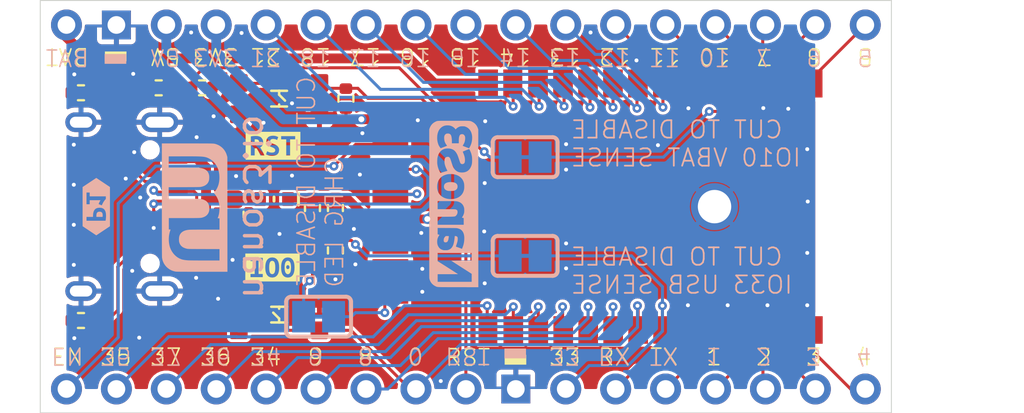
<source format=kicad_pcb>
(kicad_pcb (version 20221018) (generator pcbnew)
  (layers (0 "F.Cu" mixed) (31 "B.Cu" signal) (34 "B.Paste" user) (35 "F.Paste" user) (36 "B.SilkS" user "B.Silkscreen") (37 "F.SilkS" user "F.Silkscreen") (38 "B.Mask" user) (39 "F.Mask" user) (44 "Edge.Cuts" user))
  (net 0 "")
  (net 1 "GND")
  (net 2 "3.3V")
  (net 3 "/STAT")
  (net 4 "/STAT_JUMPER")
  (net 5 "/RESET")
  (net 6 "/USB")
  (net 7 "/IO0")
  (net 8 "/USB_P")
  (net 9 "/IO35")
  (net 10 "/IO34")
  (net 11 "/IO33")
  (net 12 "/IO17")
  (net 13 "/IO16")
  (net 14 "/IO11")
  (net 15 "/IO10")
  (net 16 "/IO15")
  (net 17 "/IO14")
  (net 18 "/IO13")
  (net 19 "/IO12")
  (net 20 "/IO4")
  (net 21 "/IO2")
  (net 22 "/IO36")
  (net 23 "/IO37")
  (net 24 "/IO7")
  (net 25 "/D-")
  (net 26 "/D+")
  (net 27 "/IO6")
  (net 28 "VBAT")
  (net 29 "/CC1")
  (net 30 "/CC2")
  (net 31 "/TX")
  (net 32 "/RX")
  (net 33 "/IO9")
  (net 34 "/IO21")
  (net 35 "/IO8")
  (net 36 "/IO5")
  (net 37 "/IO18")
  (net 38 "/IO1")
  (net 39 "/IO3")
  (net 40 "/EN")
  (net 41 "Net-(D3-Pad1)")
  (net 42 "/IO33_JUMPER")
  (net 43 "/IO10_JUMPER")
  (footprint "Unexpected Maker:1X17_BLIZZARD_S3_BOTTOM" (layer "F.Cu") (at 135.669 112.698)
    (fp_text reference "J5" hide)
    (fp_text value "Conn_01x17_Pin" hide)
  )
  (footprint "NanoS3_Carrier:BTN_KMR2_4.6X2.8" (layer "F.Cu") (at 146.487425 108.90915 180)
    (fp_text reference "SW2" hide)
    (fp_text value "SWITCH_TACT_SMT4.6X2.8" hide)
  )
  (footprint "UnexpectedMaker:SOD-523-MSK4010" (layer "F.Cu") (at 146.2278 103.0224)
    (fp_text reference "D5" hide)
    (fp_text value "DIODE-SCHOTTKYWIDE" hide)
  )
  (footprint "NanoS3_Carrier:BTN_KMR2_4.6X2.8" (layer "F.Cu") (at 146.487425 97.90915)
    (fp_text reference "SW1" hide)
    (fp_text value "SWITCH_TACT_SMT4.6X2.8" hide)
  )
  (footprint "kibuzzard-649F5696" (layer "F.Cu") (at 146.1516 106.50915)
    (fp_text reference "kibuzzard-649F5696" hide)
    (fp_text value "G***" hide)
  )
  (footprint "Resistor_SMD:R_0402_1005Metric" (layer "F.Cu") (at 136.407425 109.20915)
    (fp_text reference "R9" hide)
    (fp_text value "5.1K" hide)
  )
  (footprint "Resistor_SMD:R_0402_1005Metric" (layer "F.Cu") (at 148.1836 103.4818 -90)
    (fp_text reference "R1" hide)
    (fp_text value "2K" hide)
  )
  (footprint "Capacitor_SMD:C_0603_1608Metric" (layer "F.Cu") (at 144.1704 103.8098 90)
    (fp_text reference "C1" hide)
    (fp_text value "C_Small" hide)
  )
  (footprint "Unexpected Maker:NanoS3_HandSolder" (layer "F.Cu") (at 165.844 103.40915)
    (fp_text reference "U1" hide)
    (fp_text value "NanoS3" hide)
  )
  (footprint "Unexpected Maker:USB-C-16P-LESSPASTE-2-FIxed" (layer "F.Cu") (at 137.7 103.40915 -90)
    (fp_text reference "J2" hide)
    (fp_text value "USB_C" hide)
  )
  (footprint "LED_SMD:LED_0402_1005Metric" (layer "F.Cu") (at 148.1836 105.6408 -90)
    (fp_text reference "D3" hide)
    (fp_text value "ORANGE" hide)
  )
  (footprint "Resistor_SMD:R_0402_1005Metric" (layer "F.Cu") (at 136.407425 97.60915)
    (fp_text reference "R11" hide)
    (fp_text value "5.1K" hide)
  )
  (footprint "Resistor_SMD:R_0402_1005Metric" (layer "F.Cu") (at 142.5702 97.3582)
    (fp_text reference "R7" hide)
    (fp_text value "160K" hide)
  )
  (footprint "Resistor_SMD:R_0402_1005Metric" (layer "F.Cu") (at 149.352 105.6406 -90)
    (fp_text reference "R3" hide)
    (fp_text value "3K3" hide)
  )
  (footprint "Resistor_SMD:R_0402_1005Metric" (layer "F.Cu") (at 149.8854 97.90915 -90)
    (fp_text reference "R14" hide)
    (fp_text value "10K" hide)
  )
  (footprint "kibuzzard-649F567F" (layer "F.Cu") (at 146.177 100.30915)
    (fp_text reference "kibuzzard-649F567F" hide)
    (fp_text value "G***" hide)
  )
  (footprint "Resistor_SMD:R_0402_1005Metric" (layer "F.Cu") (at 149.352 103.4796 -90)
    (fp_text reference "R2" hide)
    (fp_text value "2K2" hide)
  )
  (footprint "Unexpected Maker:1X17_BLIZZARD_S3_BOTTOM" (layer "F.Cu") (at 135.669 94.156)
    (fp_text reference "J4" hide)
    (fp_text value "Conn_01x17_Pin" hide)
  )
  (footprint "Resistor_SMD:R_0402_1005Metric" (layer "F.Cu") (at 140.3604 97.3582)
    (fp_text reference "R6" hide)
    (fp_text value "442K" hide)
  )
  (footprint "UnexpectedMaker:Logo_NanoS3" (layer "B.Cu") (at 155.3718 103.2764 90)
    (fp_text reference "G***" hide)
    (fp_text value "LOGO" hide)
  )
  (footprint "UnexpectedMaker:UM_LOGO_NEW_SMALL" (layer "B.Cu") (at 142.088628 103.40915 90)
    (fp_text reference "U$88" hide)
    (fp_text value "UM_LOGONEW_SMALLER" hide)
  )
  (footprint "NanoS3_Carrier:SOLDERJUMPER_CLOSEDWIRE" (layer "B.Cu") (at 159.004 100.8888 180)
    (fp_text reference "A2" hide)
    (fp_text value "SOLDERJUMPERCLOSED" hide)
  )
  (footprint "NanoS3_Carrier:SOLDERJUMPER_CLOSEDWIRE" (layer "B.Cu") (at 159.004 105.918 180)
    (fp_text reference "A1" hide)
    (fp_text value "SOLDERJUMPERCLOSED" hide)
  )
  (footprint "kibuzzard-649F677A" (layer "B.Cu") (at 137.1854 103.40915 90)
    (fp_text reference "kibuzzard-649F677A" hide)
    (fp_text value "G***" hide)
  )
  (footprint "NanoS3_Carrier:SOLDERJUMPER_CLOSEDWIRE" (layer "B.Cu") (at 148.496 109.015)
    (fp_text reference "A3" hide)
    (fp_text value "SOLDERJUMPERCLOSED" hide)
  )
  (gr_rect (start 137.611171 95.63435) (end 138.711171 96.13435) (fill solid) (layer "B.SilkS"))
  (gr_rect (start 157.948255 110.63775) (end 159.048255 111.13775) (fill solid) (layer "B.SilkS"))
  (gr_rect (start 157.961225 110.95805) (end 159.061225 111.45805) (fill solid) (layer "F.SilkS"))
  (gr_rect (start 137.623125 95.50685) (end 138.723125 96.00685) (fill solid) (layer "F.SilkS"))
  (gr_line (start 177.637425 92.90915) (end 177.637425 113.90915) (stroke (width 0.05)) (layer "Edge.Cuts"))
  (gr_line (start 134.337425 92.90915) (end 177.637425 92.90915) (stroke (width 0.05)) (layer "Edge.Cuts"))
  (gr_line (start 134.337425 92.90915) (end 134.337425 113.90915) (stroke (width 0.05)) (layer "Edge.Cuts"))
  (gr_line (start 177.637425 113.90915) (end 134.337425 113.90915) (stroke (width 0.05)) (layer "Edge.Cuts"))
  (gr_text "10" (at 168.626246 95.885) (layer "B.SilkS") (effects (font (size 0.841248 0.841248) (thickness 0.08)) (justify mirror)))
  (gr_text "4" (at 176.21983 111.0234 180) (layer "B.SilkS") (effects (font (size 0.841248 0.841248) (thickness 0.08)) (justify mirror)))
  (gr_text "33" (at 161.012855 111.0234 180) (layer "B.SilkS") (effects (font (size 0.841248 0.841248) (thickness 0.08)) (justify mirror)))
  (gr_text "21" (at 145.778946 95.885) (layer "B.SilkS") (effects (font (size 0.841248 0.841248) (thickness 0.08)) (justify mirror)))
  (gr_text "3V3" (at 143.238946 95.885) (layer "B.SilkS") (effects (font (size 0.841248 0.841248) (thickness 0.08)) (justify mirror)))
  (gr_text "RX" (at 163.51983 111.0234 180) (layer "B.SilkS") (effects (font (size 0.841248 0.841248) (thickness 0.08)) (justify mirror)))
  (gr_text "9" (at 148.33063 111.0234 180) (layer "B.SilkS") (effects (font (size 0.841248 0.841248) (thickness 0.08)) (justify mirror)))
  (gr_text "11" (at 166.086246 95.885) (layer "B.SilkS") (effects (font (size 0.841248 0.841248) (thickness 0.08)) (justify mirror)))
  (gr_text "5" (at 176.297046 95.885) (layer "B.SilkS") (effects (font (size 0.841248 0.841248) (thickness 0.08)) (justify mirror)))
  (gr_text "CUT TO DISABLE\nIO10 VBAT SENSE" (at 161.2646 100.203) (layer "B.SilkS") (effects (font (size 0.887984 0.887984) (thickness 0.09)) (justify right mirror)))
  (gr_text "8" (at 150.87063 111.0234 180) (layer "B.SilkS") (effects (font (size 0.841248 0.841248) (thickness 0.08)) (justify mirror)))
  (gr_text "36" (at 143.25063 111.0234 180) (layer "B.SilkS") (effects (font (size 0.841248 0.841248) (thickness 0.08)) (justify mirror)))
  (gr_text "15" (at 155.938946 95.885) (layer "B.SilkS") (effects (font (size 0.841248 0.841248) (thickness 0.08)) (justify mirror)))
  (gr_text "6" (at 173.706246 95.885) (layer "B.SilkS") (effects (font (size 0.841248 0.841248) (thickness 0.08)) (justify mirror)))
  (gr_text "CUT TO DISABLE\nCHRG LED" (at 148.59 107.5944 90) (layer "B.SilkS") (effects (font (size 0.887984 0.887984) (thickness 0.08)) (justify right mirror)))
  (gr_text "RST" (at 156.07763 110.998 180) (layer "B.SilkS") (effects (font (size 0.841248 0.841248) (thickness 0.08)) (justify mirror)))
  (gr_text "16" (at 153.398946 95.885) (layer "B.SilkS") (effects (font (size 0.841248 0.841248) (thickness 0.08)) (justify mirror)))
  (gr_text "35" (at 138.17063 111.0234 180) (layer "B.SilkS") (effects (font (size 0.841248 0.841248) (thickness 0.08)) (justify mirror)))
  (gr_text "0" (at 153.41063 111.0234 180) (layer "B.SilkS") (effects (font (size 0.841248 0.841248) (thickness 0.08)) (justify mirror)))
  (gr_text "12" (at 163.546246 95.885) (layer "B.SilkS") (effects (font (size 0.841248 0.841248) (thickness 0.08)) (justify mirror)))
  (gr_text "TX" (at 166.05983 111.0234 180) (layer "B.SilkS") (effects (font (size 0.841248 0.841248) (thickness 0.08)) (justify mirror)))
  (gr_text "nanos3.io" (at 146.0754 103.40915 270) (layer "B.SilkS") (effects (font (size 1.296416 1.296416) (thickness 0.176784)) (justify top mirror)))
  (gr_text "18" (at 148.318946 95.885) (layer "B.SilkS") (effects (font (size 0.841248 0.841248) (thickness 0.08)) (justify mirror)))
  (gr_text "EN" (at 135.70683 111.0234 180) (layer "B.SilkS") (effects (font (size 0.841248 0.841248) (thickness 0.08)) (justify mirror)))
  (gr_text "37" (at 140.71063 111.0234 180) (layer "B.SilkS") (effects (font (size 0.841248 0.841248) (thickness 0.08)) (justify mirror)))
  (gr_text "14" (at 158.478946 95.885) (layer "B.SilkS") (effects (font (size 0.841248 0.841248) (thickness 0.08)) (justify mirror)))
  (gr_text "1" (at 168.59983 111.0234 180) (layer "B.SilkS") (effects (font (size 0.841248 0.841248) (thickness 0.08)) (justify mirror)))
  (gr_text "13" (at 161.006246 95.885) (layer "B.SilkS") (effects (font (size 0.841248 0.841248) (thickness 0.08)) (justify mirror)))
  (gr_text "3" (at 173.67983 111.0234 180) (layer "B.SilkS") (effects (font (size 0.841248 0.841248) (thickness 0.08)) (justify mirror)))
  (gr_text "7" (at 171.166246 95.885) (layer "B.SilkS") (effects (font (size 0.841248 0.841248) (thickness 0.08)) (justify mirror)))
  (gr_text "5V" (at 140.698946 95.885) (layer "B.SilkS") (effects (font (size 0.841248 0.841248) (thickness 0.08)) (justify mirror)))
  (gr_text "CUT TO DISABLE\nIO33 USB SENSE" (at 161.2646 106.68) (layer "B.SilkS") (effects (font (size 0.887984 0.887984) (thickness 0.09)) (justify right mirror)))
  (gr_text "34" (at 145.79063 111.0234 180) (layer "B.SilkS") (effects (font (size 0.841248 0.841248) (thickness 0.08)) (justify mirror)))
  (gr_text "2" (at 171.13983 111.0234 180) (layer "B.SilkS") (effects (font (size 0.841248 0.841248) (thickness 0.08)) (justify mirror)))
  (gr_text "BAT" (at 135.707846 95.885) (layer "B.SilkS") (effects (font (size 0.841248 0.841248) (thickness 0.08)) (justify mirror)))
  (gr_text "17" (at 150.858946 95.885) (layer "B.SilkS") (effects (font (size 0.841248 0.841248) (thickness 0.08)) (justify mirror)))
  (gr_text "RX" (at 163.5328 111.0724) (layer "F.SilkS") (effects (font (size 0.841248 0.841248) (thickness 0.08))))
  (gr_text "4" (at 176.2328 111.0724) (layer "F.SilkS") (effects (font (size 0.841248 0.841248) (thickness 0.08))))
  (gr_text "11" (at 166.0982 95.7562 180) (layer "F.SilkS") (effects (font (size 0.841248 0.841248) (thickness 0.08))))
  (gr_text "6" (at 173.7182 95.7562 180) (layer "F.SilkS") (effects (font (size 0.841248 0.841248) (thickness 0.08))))
  (gr_text "21" (at 145.7909 95.7562 180) (layer "F.SilkS") (effects (font (size 0.841248 0.841248) (thickness 0.08))))
  (gr_text "3V3" (at 143.2509 95.7562 180) (layer "F.SilkS") (effects (font (size 0.841248 0.841248) (thickness 0.08))))
  (gr_text "RST" (at 156.0906 111.0978) (layer "F.SilkS") (effects (font (size 0.841248 0.841248) (thickness 0.08))))
  (gr_text "18" (at 148.3309 95.7562 180) (layer "F.SilkS") (effects (font (size 0.841248 0.841248) (thickness 0.08))))
  (gr_text "36" (at 143.2636 111.0724) (layer "F.SilkS") (effects (font (size 0.841248 0.841248) (thickness 0.08))))
  (gr_text "33" (at 161.025825 111.0724) (layer "F.SilkS") (effects (font (size 0.841248 0.841248) (thickness 0.08))))
  (gr_text "13" (at 161.0182 95.7562 180) (layer "F.SilkS") (effects (font (size 0.841248 0.841248) (thickness 0.08))))
  (gr_text "TX" (at 166.0728 111.0724) (layer "F.SilkS") (effects (font (size 0.841248 0.841248) (thickness 0.08))))
  (gr_text "17" (at 150.8709 95.7562 180) (layer "F.SilkS") (effects (font (size 0.841248 0.841248) (thickness 0.08))))
  (gr_text "14" (at 158.4909 95.7562 180) (layer "F.SilkS") (effects (font (size 0.841248 0.841248) (thickness 0.08))))
  (gr_text "1" (at 168.6128 111.0724) (layer "F.SilkS") (effects (font (size 0.841248 0.841248) (thickness 0.08))))
  (gr_text "0" (at 153.4236 111.0724) (layer "F.SilkS") (effects (font (size 0.841248 0.841248) (thickness 0.08))))
  (gr_text "16" (at 153.4109 95.7562 180) (layer "F.SilkS") (effects (font (size 0.841248 0.841248) (thickness 0.08))))
  (gr_text "37" (at 140.7236 111.0724) (layer "F.SilkS") (effects (font (size 0.841248 0.841248) (thickness 0.08))))
  (gr_text "12" (at 163.5582 95.7562 180) (layer "F.SilkS") (effects (font (size 0.841248 0.841248) (thickness 0.08))))
  (gr_text "5V" (at 140.7109 95.7562 180) (layer "F.SilkS") (effects (font (size 0.841248 0.841248) (thickness 0.08))))
  (gr_text "3" (at 173.6928 111.0724) (layer "F.SilkS") (effects (font (size 0.841248 0.841248) (thickness 0.08))))
  (gr_text "10" (at 168.6382 95.7562 180) (layer "F.SilkS") (effects (font (size 0.841248 0.841248) (thickness 0.08))))
  (gr_text "15" (at 155.9509 95.7562 180) (layer "F.SilkS") (effects (font (size 0.841248 0.841248) (thickness 0.08))))
  (gr_text "8" (at 150.8836 111.0724) (layer "F.SilkS") (effects (font (size 0.841248 0.841248) (thickness 0.08))))
  (gr_text "5" (at 176.309 95.7562 180) (layer "F.SilkS") (effects (font (size 0.841248 0.841248) (thickness 0.08))))
  (gr_text "9" (at 148.3436 111.0724) (layer "F.SilkS") (effects (font (size 0.841248 0.841248) (thickness 0.08))))
  (gr_text "BAT" (at 135.7198 95.7562 180) (layer "F.SilkS") (effects (font (size 0.841248 0.841248) (thickness 0.08))))
  (gr_text "EN" (at 135.7198 111.0724) (layer "F.SilkS") (effects (font (size 0.841248 0.841248) (thickness 0.08))))
  (gr_text "35" (at 138.1836 111.0724) (layer "F.SilkS") (effects (font (size 0.841248 0.841248) (thickness 0.08))))
  (gr_text "7" (at 171.1782 95.7562 180) (layer "F.SilkS") (effects (font (size 0.841248 0.841248) (thickness 0.08))))
  (gr_text "2" (at 171.1528 111.0724) (layer "F.SilkS") (effects (font (size 0.841248 0.841248) (thickness 0.08))))
  (gr_text "34" (at 145.8036 111.0724) (layer "F.SilkS") (effects (font (size 0.841248 0.841248) (thickness 0.08))))
  (segment (start 141.97945 100.18415) (end 141.21 100.18415) (width 0.58) (layer "F.Cu") (net 1))
  (segment (start 141.83735 106.60755) (end 141.21 106.60755) (width 0.58) (layer "F.Cu") (net 1))
  (segment (start 142.2654 107.0356) (end 141.83735 106.60755) (width 0.58) (layer "F.Cu") (net 1))
  (segment (start 142.2908 99.8728) (end 141.97945 100.18415) (width 0.58) (layer "F.Cu") (net 1))
  (via (at 139.065 96.647) (size 0.45) (drill 0.2) (layers "F.Cu" "B.Cu") (net 1))
  (via (at 156.9466 107.315) (size 0.45) (drill 0.2) (layers "F.Cu" "B.Cu") (net 1))
  (via (at 136.0424 106.3752) (size 0.45) (drill 0.2) (layers "F.Cu" "B.Cu") (net 1))
  (via (at 165.7604 100.2792) (size 0.45) (drill 0.2) (layers "F.Cu" "B.Cu") (net 1))
  (via (at 139.3698 110.0836) (size 0.45) (drill 0.2) (layers "F.Cu" "B.Cu") (net 1))
  (via (at 153.7208 104.7496) (size 0.45) (drill 0.2) (layers "F.Cu" "B.Cu") (net 1))
  (via (at 156.9466 102.2096) (size 0.45) (drill 0.2) (layers "F.Cu" "B.Cu") (net 1))
  (via (at 173.355 105.7656) (size 0.45) (drill 0.2) (layers "F.Cu" "B.Cu") (net 1))
  (via (at 146.5072 104.8004) (size 0.45) (drill 0.2) (layers "F.Cu" "B.Cu") (net 1))
  (via (at 161.0868 105.283) (size 0.45) (drill 0.2) (layers "F.Cu" "B.Cu") (net 1))
  (via (at 150.368 106.3498) (size 0.45) (drill 0.2) (layers "F.Cu" "B.Cu") (net 1))
  (via (at 149.352 107.1118) (size 0.45) (drill 0.2) (layers "F.Cu" "B.Cu") (net 1))
  (via (at 167.3098 98.3996) (size 0.45) (drill 0.2) (layers "F.Cu" "B.Cu") (net 1))
  (via (at 169.307933 108.4326) (size 0.45) (drill 0.2) (layers "F.Cu" "B.Cu") (net 1))
  (via (at 173.355 100.4824) (size 0.45) (drill 0.2) (layers "F.Cu" "B.Cu") (net 1))
  (via (at 161.0868 100.2284) (size 0.45) (drill 0.2) (layers "F.Cu" "B.Cu") (net 1))
  (via (at 136.0678 96.6724) (size 0.45) (drill 0.2) (layers "F.Cu" "B.Cu") (net 1))
  (via (at 150.2918 104.5464) (size 0.45) (drill 0.2) (layers "F.Cu" "B.Cu") (net 1))
  (via (at 164.6682 95.9612) (size 0.45) (drill 0.2) (layers "F.Cu" "B.Cu") (net 1))
  (via (at 161.0868 106.553) (size 0.45) (drill 0.2) (layers "F.Cu" "B.Cu") (net 1))
  (via (at 150.5966 101.7778) (size 0.45) (drill 0.2) (layers "F.Cu" "B.Cu") (net 1))
  (via (at 150.7236 99.6696) (size 0.45) (drill 0.2) (layers "F.Cu" "B.Cu") (net 1))
  (via (at 167.2844 108.4326) (size 0.45) (drill 0.2) (layers "F.Cu" "B.Cu") (net 1))
  (via (at 136.0424 102.294266) (size 0.45) (drill 0.2) (layers "F.Cu" "B.Cu") (net 1))
  (via (at 136.0424 100.2538) (size 0.45) (drill 0.2) (layers "F.Cu" "B.Cu") (net 1))
  (via (at 140.1064 104.4956) (size 0.45) (drill 0.2) (layers "F.Cu" "B.Cu") (net 1))
  (via (at 162.3314 94.5388) (size 0.45) (drill 0.2) (layers "F.Cu" "B.Cu") (net 1))
  (via (at 156.972 99.06) (size 0.45) (drill 0.2) (layers "F.Cu" "B.Cu") (net 1))
  (via (at 144.2974 101.854) (size 0.45) (drill 0.2) (layers "F.Cu" "B.Cu") (net 1))
  (via (at 144.1196 106.1212) (size 0.45) (drill 0.2) (layers "F.Cu" "B.Cu") (net 1))
  (via (at 173.3804 103.1494) (size 0.45) (drill 0.2) (layers "F.Cu" "B.Cu") (net 1))
  (via (at 154.7114 112.2934) (size 0.45) (drill 0.2) (layers "F.Cu" "B.Cu") (net 1))
  (via (at 145.6944 99.1362) (size 0.45) (drill 0.2) (layers "F.Cu" "B.Cu") (net 1))
  (via (at 142.0114 94.5388) (size 0.45) (drill 0.2) (layers "F.Cu" "B.Cu") (net 1))
  (via (at 139.0142 106.68) (size 0.45) (drill 0.2) (layers "F.Cu" "B.Cu") (net 1))
  (via (at 171.12 98.39) (size 0.45) (drill 0.2) (layers "F.Cu" "B.Cu") (net 1))
  (via (at 142.2654 107.0356) (size 0.45) (drill 0.2) (layers "F.Cu" "B.Cu") (net 1))
  (via (at 172.3898 98.425) (size 0.45) (drill 0.2) (layers "F.Cu" "B.Cu") (net 1))
  (via (at 139.1158 100.6348) (size 0.45) (drill 0.2) (layers "F.Cu" "B.Cu") (net 1))
  (via (at 144.5768 94.5642) (size 0.45) (drill 0.2) (layers "F.Cu" "B.Cu") (net 1))
  (via (at 143.1544 98.806) (size 0.45) (drill 0.2) (layers "F.Cu" "B.Cu") (net 1))
  (via (at 147.1422 101.8286) (size 0.45) (drill 0.2) (layers "F.Cu" "B.Cu") (net 1))
  (via (at 142.2908 99.8728) (size 0.45) (drill 0.2) (layers "F.Cu" "B.Cu") (net 1))
  (via (at 153.7716 106.5784) (size 0.45) (drill 0.2) (layers "F.Cu" "B.Cu") (net 1))
  (via (at 136.0424 104.334732) (size 0.45) (drill 0.2) (layers "F.Cu" "B.Cu") (net 1))
  (via (at 147.1422 98.1456) (size 0.45) (drill 0.2) (layers "F.Cu" "B.Cu") (net 1))
  (via (at 156.9212 104.6734) (size 0.45) (drill 0.2) (layers "F.Cu" "B.Cu") (net 1))
  (via (at 173.355 108.4326) (size 0.45) (drill 0.2) (layers "F.Cu" "B.Cu") (net 1))
  (via (at 139.4206 102.9462) (size 0.45) (drill 0.2) (layers "F.Cu" "B.Cu") (net 1))
  (via (at 153.543 99.0092) (size 0.45) (drill 0.2) (layers "F.Cu" "B.Cu") (net 1))
  (via (at 136.0678 110.109) (size 0.45) (drill 0.2) (layers "F.Cu" "B.Cu") (net 1))
  (via (at 143.383 108.1024) (size 0.45) (drill 0.2) (layers "F.Cu" "B.Cu") (net 1))
  (via (at 138.684 101.981) (size 0.45) (drill 0.2) (layers "F.Cu" "B.Cu") (net 1))
  (via (at 153.7716 107.7468) (size 0.45) (drill 0.2) (layers "F.Cu" "B.Cu") (net 1))
  (via (at 171.331466 108.4326) (size 0.45) (drill 0.2) (layers "F.Cu" "B.Cu") (net 1))
  (via (at 161.0868 101.5238) (size 0.45) (drill 0.2) (layers "F.Cu" "B.Cu") (net 1))
  (segment (start 152.14035 98.9584) (end 152.1479 98.96595) (width 0.5) (layer "F.Cu") (net 2))
  (segment (start 150.624 98.9096) (end 150.0652 98.9096) (width 0.154) (layer "F.Cu") (net 2))
  (segment (start 150.0652 98.9096) (end 149.8854 98.7298) (width 0.154) (layer "F.Cu") (net 2))
  (segment (start 149.8854 98.7298) (end 149.8854 98.4016) (width 0.154) (layer "F.Cu") (net 2))
  (segment (start 150.6728 98.9584) (end 152.14035 98.9584) (width 0.5) (layer "F.Cu") (net 2))
  (via (at 150.6728 98.9584) (size 0.5) (drill 0.3) (layers "F.Cu" "B.Cu") (net 2))
  (segment (start 150.6728 98.9584) (end 146.7104 98.9584) (width 0.5) (layer "B.Cu") (net 2))
  (segment (start 146.7104 98.9584) (end 143.289 95.537) (width 0.5) (layer "B.Cu") (net 2))
  (segment (start 143.289 95.537) (end 143.289 94.156) (width 0.5) (layer "B.Cu") (net 2))
  (segment (start 151.864841 108.811841) (end 151.864841 108.139009) (width 0.154) (layer "F.Cu") (net 3))
  (segment (start 151.864841 108.139009) (end 152.1479 107.85595) (width 0.154) (layer "F.Cu") (net 3))
  (via (at 151.864841 108.811841) (size 0.45) (drill 0.2) (layers "F.Cu" "B.Cu") (net 3))
  (segment (start 150.369759 108.811841) (end 150.1666 109.015) (width 0.154) (layer "B.Cu") (net 3))
  (segment (start 150.1666 109.015) (end 149.258 109.015) (width 0.154) (layer "B.Cu") (net 3))
  (segment (start 151.864841 108.811841) (end 150.369759 108.811841) (width 0.154) (layer "B.Cu") (net 3))
  (segment (start 148.1836 107.0432) (end 148.1836 106.1258) (width 0.154) (layer "F.Cu") (net 4))
  (segment (start 148.035 107.1918) (end 148.1836 107.0432) (width 0.154) (layer "F.Cu") (net 4))
  (via (at 148.035 107.1918) (size 0.45) (drill 0.2) (layers "F.Cu" "B.Cu") (net 4))
  (segment (start 147.734 107.4928) (end 147.734 109.015) (width 0.154) (layer "B.Cu") (net 4))
  (segment (start 148.035 107.1918) (end 147.734 107.4928) (width 0.154) (layer "B.Cu") (net 4))
  (segment (start 144.457875 97.1296) (end 148.6408 97.1296) (width 0.154) (layer "F.Cu") (net 5))
  (segment (start 155.989 100.1598) (end 155.989 105.3084) (width 0.154) (layer "F.Cu") (net 5))
  (segment (start 151.003 97.8916) (end 153.7208 97.8916) (width 0.154) (layer "F.Cu") (net 5))
  (segment (start 155.989 105.3084) (end 155.989 112.698) (width 0.154) (layer "F.Cu") (net 5))
  (segment (start 144.437425 97.10915) (end 144.457875 97.1296) (width 0.154) (layer "F.Cu") (net 5))
  (segment (start 148.6408 97.1296) (end 148.8928 97.3816) (width 0.154) (layer "F.Cu") (net 5))
  (segment (start 153.5176 105.31595) (end 155.98145 105.31595) (width 0.154) (layer "F.Cu") (net 5))
  (segment (start 153.5176 105.31595) (end 152.1479 105.31595) (width 0.154) (layer "F.Cu") (net 5))
  (segment (start 153.7208 97.8916) (end 155.989 100.1598) (width 0.154) (layer "F.Cu") (net 5))
  (segment (start 150.493 97.3816) (end 151.003 97.8916) (width 0.154) (layer "F.Cu") (net 5))
  (segment (start 148.8928 97.3816) (end 150.493 97.3816) (width 0.154) (layer "F.Cu") (net 5))
  (segment (start 155.98145 105.31595) (end 155.989 105.3084) (width 0.154) (layer "F.Cu") (net 5))
  (segment (start 148.1836 102.9718) (end 149.9364 102.9718) (width 0.45) (layer "F.Cu") (net 6))
  (segment (start 146.9884 102.9718) (end 148.1836 102.9718) (width 0.45) (layer "F.Cu") (net 6))
  (segment (start 146.9378 103.0224) (end 146.9884 102.9718) (width 0.45) (layer "F.Cu") (net 6))
  (segment (start 152.15545 104.0384) (end 152.1479 104.04595) (width 0.45) (layer "F.Cu") (net 6))
  (segment (start 154.0256 104.0384) (end 152.15545 104.0384) (width 0.45) (layer "F.Cu") (net 6))
  (segment (start 149.9364 102.9718) (end 151.01055 104.04595) (width 0.45) (layer "F.Cu") (net 6))
  (segment (start 151.01055 104.04595) (end 152.1479 104.04595) (width 0.45) (layer "F.Cu") (net 6))
  (via (at 154.0256 104.0384) (size 0.5) (drill 0.3) (layers "F.Cu" "B.Cu") (net 6))
  (segment (start 140.749 94.156) (end 140.749 95.3846) (width 0.5) (layer "B.Cu") (net 6))
  (segment (start 154.1018 104.0384) (end 154.0256 104.0384) (width 0.5) (layer "B.Cu") (net 6))
  (segment (start 154.9908 103.1494) (end 154.1018 104.0384) (width 0.5) (layer "B.Cu") (net 6))
  (segment (start 145.8976 100.5332) (end 153.9748 100.5332) (width 0.5) (layer "B.Cu") (net 6))
  (segment (start 140.749 95.3846) (end 145.8976 100.5332) (width 0.5) (layer "B.Cu") (net 6))
  (segment (start 154.9908 101.5492) (end 154.9908 103.1494) (width 0.5) (layer "B.Cu") (net 6))
  (segment (start 153.9748 100.5332) (end 154.9908 101.5492) (width 0.5) (layer "B.Cu") (net 6))
  (segment (start 150.14595 109.70915) (end 148.537425 109.70915) (width 0.154) (layer "F.Cu") (net 7))
  (segment (start 164.752 109.69255) (end 164.752 108.491) (width 0.154) (layer "F.Cu") (net 7))
  (segment (start 153.1348 112.698) (end 150.14595 109.70915) (width 0.154) (layer "F.Cu") (net 7))
  (segment (start 148.537425 109.70915) (end 144.437425 109.70915) (width 0.154) (layer "F.Cu") (net 7))
  (segment (start 153.449 112.698) (end 153.1348 112.698) (width 0.154) (layer "F.Cu") (net 7))
  (segment (start 164.752 108.491) (end 164.719 108.458) (width 0.154) (layer "F.Cu") (net 7))
  (via (at 164.719 108.458) (size 0.45) (drill 0.2) (layers "F.Cu" "B.Cu") (net 7))
  (segment (start 153.449 112.698) (end 155.7078 110.4392) (width 0.154) (layer "B.Cu") (net 7))
  (segment (start 155.7078 110.4392) (end 163.83 110.4392) (width 0.154) (layer "B.Cu") (net 7))
  (segment (start 164.719 109.5502) (end 164.719 108.458) (width 0.154) (layer "B.Cu") (net 7))
  (segment (start 163.83 110.4392) (end 164.719 109.5502) (width 0.154) (layer "B.Cu") (net 7))
  (segment (start 144.1574 103.0478) (end 144.1704 103.0348) (width 0.5) (layer "F.Cu") (net 8))
  (segment (start 141.21 100.95915) (end 141.22575 100.9434) (width 0.5) (layer "F.Cu") (net 8))
  (segment (start 142.770175 103.0478) (end 144.1574 103.0478) (width 0.5) (layer "F.Cu") (net 8))
  (segment (start 142.770175 101.413575) (end 142.770175 103.4796) (width 0.5) (layer "F.Cu") (net 8))
  (segment (start 145.5054 103.0348) (end 145.5178 103.0224) (width 0.5) (layer "F.Cu") (net 8))
  (segment (start 142.770175 103.4796) (end 142.770175 105.341525) (width 0.5) (layer "F.Cu") (net 8))
  (segment (start 142.3 100.9434) (end 142.770175 101.413575) (width 0.5) (layer "F.Cu") (net 8))
  (segment (start 144.1704 103.0348) (end 145.5054 103.0348) (width 0.5) (layer "F.Cu") (net 8))
  (segment (start 142.27915 105.83255) (end 141.222425 105.83255) (width 0.5) (layer "F.Cu") (net 8))
  (segment (start 141.22575 100.9434) (end 142.3 100.9434) (width 0.5) (layer "F.Cu") (net 8))
  (segment (start 142.770175 105.341525) (end 142.27915 105.83255) (width 0.5) (layer "F.Cu") (net 8))
  (segment (start 157.0736 109.65565) (end 157.1105 109.69255) (width 0.154) (layer "F.Cu") (net 9))
  (segment (start 157.0736 108.458) (end 157.0736 109.65565) (width 0.154) (layer "F.Cu") (net 9))
  (via (at 157.0736 108.458) (size 0.45) (drill 0.2) (layers "F.Cu" "B.Cu") (net 9))
  (segment (start 140.8742 110.0328) (end 144.3228 110.0328) (width 0.154) (layer "B.Cu") (net 9))
  (segment (start 144.3228 110.0328) (end 144.3321 110.0421) (width 0.154) (layer "B.Cu") (net 9))
  (segment (start 144.3321 110.0421) (end 151.2731 110.0421) (width 0.154) (layer "B.Cu") (net 9))
  (segment (start 152.8572 108.458) (end 157.0736 108.458) (width 0.154) (layer "B.Cu") (net 9))
  (segment (start 138.209 112.698) (end 140.8742 110.0328) (width 0.154) (layer "B.Cu") (net 9))
  (segment (start 152.5016 108.8136) (end 152.8572 108.458) (width 0.154) (layer "B.Cu") (net 9))
  (segment (start 151.2731 110.0421) (end 152.5016 108.8136) (width 0.154) (layer "B.Cu") (net 9))
  (segment (start 160.909 109.65955) (end 160.942 109.69255) (width 0.154) (layer "F.Cu") (net 10))
  (segment (start 160.909 108.5088) (end 160.909 109.65955) (width 0.154) (layer "F.Cu") (net 10))
  (via (at 160.909 108.5088) (size 0.45) (drill 0.2) (layers "F.Cu" "B.Cu") (net 10))
  (segment (start 160.909 108.5088) (end 160.909 108.7882) (width 0.154) (layer "B.Cu") (net 10))
  (segment (start 160.174 109.5232) (end 153.7224 109.5232) (width 0.154) (layer "B.Cu") (net 10))
  (segment (start 153.7224 109.5232) (end 152.146 111.0996) (width 0.154) (layer "B.Cu") (net 10))
  (segment (start 147.4274 111.0996) (end 145.829 112.698) (width 0.154) (layer "B.Cu") (net 10))
  (segment (start 160.909 108.7882) (end 160.174 109.5232) (width 0.154) (layer "B.Cu") (net 10))
  (segment (start 152.146 111.0996) (end 147.4274 111.0996) (width 0.154) (layer "B.Cu") (net 10))
  (segment (start 165.989 108.458) (end 165.989 109.65955) (width 0.154) (layer "F.Cu") (net 11))
  (segment (start 165.989 109.65955) (end 166.022 109.69255) (width 0.154) (layer "F.Cu") (net 11))
  (via (at 165.989 108.458) (size 0.45) (drill 0.2) (layers "F.Cu" "B.Cu") (net 11))
  (segment (start 165.989 109.7534) (end 165.989 108.458) (width 0.154) (layer "B.Cu") (net 11))
  (segment (start 164.4142 105.918) (end 165.989 107.4928) (width 0.154) (layer "B.Cu") (net 11))
  (segment (start 159.766 105.918) (end 164.4142 105.918) (width 0.154) (layer "B.Cu") (net 11))
  (segment (start 161.069 112.698) (end 162.261 111.506) (width 0.154) (layer "B.Cu") (net 11))
  (segment (start 162.261 111.506) (end 164.2364 111.506) (width 0.154) (layer "B.Cu") (net 11))
  (segment (start 165.989 107.4928) (end 165.989 108.458) (width 0.154) (layer "B.Cu") (net 11))
  (segment (start 164.2364 111.506) (end 165.989 109.7534) (width 0.154) (layer "B.Cu") (net 11))
  (segment (start 160.9852 97.19205) (end 160.9307 97.13755) (width 0.154) (layer "F.Cu") (net 12))
  (segment (start 160.9852 98.298) (end 160.9852 97.19205) (width 0.154) (layer "F.Cu") (net 12))
  (via (at 160.9852 98.298) (size 0.45) (drill 0.2) (layers "F.Cu" "B.Cu") (net 12))
  (segment (start 153.8318 97.0788) (end 150.909 94.156) (width 0.154) (layer "B.Cu") (net 12))
  (segment (start 160.9852 98.298) (end 160.9852 98.2726) (width 0.154) (layer "B.Cu") (net 12))
  (segment (start 159.7914 97.0788) (end 153.8318 97.0788) (width 0.154) (layer "B.Cu") (net 12))
  (segment (start 160.9852 98.2726) (end 159.7914 97.0788) (width 0.154) (layer "B.Cu") (net 12))
  (segment (start 162.306 98.3488) (end 162.306 97.24285) (width 0.154) (layer "F.Cu") (net 13))
  (segment (start 162.306 97.24285) (end 162.2007 97.13755) (width 0.154) (layer "F.Cu") (net 13))
  (via (at 162.306 98.3488) (size 0.45) (drill 0.2) (layers "F.Cu" "B.Cu") (net 13))
  (segment (start 153.449 94.156) (end 155.9646 96.6716) (width 0.154) (layer "B.Cu") (net 13))
  (segment (start 160.6288 96.6716) (end 162.306 98.3488) (width 0.154) (layer "B.Cu") (net 13))
  (segment (start 155.9646 96.6716) (end 160.6288 96.6716) (width 0.154) (layer "B.Cu") (net 13))
  (segment (start 168.5507 97.13755) (end 168.5507 96.5577) (width 0.154) (layer "F.Cu") (net 14))
  (segment (start 168.5507 96.5577) (end 166.149 94.156) (width 0.154) (layer "F.Cu") (net 14))
  (segment (start 169.8207 95.2877) (end 168.689 94.156) (width 0.154) (layer "F.Cu") (net 15))
  (segment (start 168.37 98.56) (end 169.26565 98.56) (width 0.154) (layer "F.Cu") (net 15))
  (segment (start 169.8207 98.00495) (end 169.8207 97.13755) (width 0.154) (layer "F.Cu") (net 15))
  (segment (start 169.8207 97.13755) (end 169.8207 95.2877) (width 0.154) (layer "F.Cu") (net 15))
  (segment (start 169.26565 98.56) (end 169.8207 98.00495) (width 0.154) (layer "F.Cu") (net 15))
  (via (at 168.37 98.56) (size 0.45) (drill 0.2) (layers "F.Cu" "B.Cu") (net 15))
  (segment (start 168.37 98.56) (end 167.8446 99.0854) (width 0.154) (layer "B.Cu") (net 15))
  (segment (start 166.0398 100.8888) (end 159.766 100.8888) (width 0.154) (layer "B.Cu") (net 15))
  (segment (start 167.8432 99.0854) (end 166.0398 100.8888) (width 0.154) (layer "B.Cu") (net 15))
  (segment (start 167.8446 99.0854) (end 167.8432 99.0854) (width 0.154) (layer "B.Cu") (net 15))
  (segment (start 163.4744 98.3488) (end 163.4744 97.14125) (width 0.154) (layer "F.Cu") (net 16))
  (segment (start 163.4744 97.14125) (end 163.4707 97.13755) (width 0.154) (layer "F.Cu") (net 16))
  (via (at 163.4744 98.3488) (size 0.45) (drill 0.2) (layers "F.Cu" "B.Cu") (net 16))
  (segment (start 158.2006 96.3676) (end 155.989 94.156) (width 0.154) (layer "B.Cu") (net 16))
  (segment (start 161.4932 96.3676) (end 158.2006 96.3676) (width 0.154) (layer "B.Cu") (net 16))
  (segment (start 163.4744 98.3488) (end 161.4932 96.3676) (width 0.154) (layer "B.Cu") (net 16))
  (segment (start 164.6936 98.3996) (end 164.6936 97.18465) (width 0.154) (layer "F.Cu") (net 17))
  (segment (start 164.6936 97.18465) (end 164.7407 97.13755) (width 0.154) (layer "F.Cu") (net 17))
  (via (at 164.6936 98.3996) (size 0.45) (drill 0.2) (layers "F.Cu" "B.Cu") (net 17))
  (segment (start 164.6936 98.3996) (end 164.6682 98.3996) (width 0.154) (layer "B.Cu") (net 17))
  (segment (start 160.3342 95.9612) (end 158.529 94.156) (width 0.154) (layer "B.Cu") (net 17))
  (segment (start 164.6682 98.3996) (end 162.2298 95.9612) (width 0.154) (layer "B.Cu") (net 17))
  (segment (start 162.2298 95.9612) (end 160.3342 95.9612) (width 0.154) (layer "B.Cu") (net 17))
  (segment (start 166.0144 98.3488) (end 166.0144 97.14125) (width 0.154) (layer "F.Cu") (net 18))
  (segment (start 166.0144 97.14125) (end 166.0107 97.13755) (width 0.154) (layer "F.Cu") (net 18))
  (via (at 166.0144 98.3488) (size 0.45) (drill 0.2) (layers "F.Cu" "B.Cu") (net 18))
  (segment (start 163.322 95.6564) (end 162.5694 95.6564) (width 0.154) (layer "B.Cu") (net 18))
  (segment (start 166.0144 98.3488) (end 163.322 95.6564) (width 0.154) (layer "B.Cu") (net 18))
  (segment (start 162.5694 95.6564) (end 161.069 94.156) (width 0.154) (layer "B.Cu") (net 18))
  (segment (start 167.2807 97.13755) (end 167.2807 96.27015) (width 0.154) (layer "F.Cu") (net 19))
  (segment (start 165.4396 95.9866) (end 163.609 94.156) (width 0.154) (layer "F.Cu") (net 19))
  (segment (start 166.99715 95.9866) (end 165.4396 95.9866) (width 0.154) (layer "F.Cu") (net 19))
  (segment (start 167.2807 96.27015) (end 166.99715 95.9866) (width 0.154) (layer "F.Cu") (net 19))
  (segment (start 173.642 110.777) (end 175.563 112.698) (width 0.154) (layer "F.Cu") (net 20))
  (segment (start 175.563 112.698) (end 176.309 112.698) (width 0.154) (layer "F.Cu") (net 20))
  (segment (start 173.642 109.69255) (end 173.642 110.777) (width 0.154) (layer "F.Cu") (net 20))
  (segment (start 171.102 109.69255) (end 171.102 112.571) (width 0.154) (layer "F.Cu") (net 21))
  (segment (start 171.102 112.571) (end 171.229 112.698) (width 0.154) (layer "F.Cu") (net 21))
  (segment (start 159.672 108.5088) (end 159.672 109.69255) (width 0.154) (layer "F.Cu") (net 22))
  (via (at 159.672 108.5088) (size 0.45) (drill 0.2) (layers "F.Cu" "B.Cu") (net 22))
  (segment (start 159.672 108.679) (end 159.1318 109.2192) (width 0.154) (layer "B.Cu") (net 22))
  (segment (start 145.1922 110.7948) (end 143.289 112.698) (width 0.154) (layer "B.Cu") (net 22))
  (segment (start 159.672 108.5088) (end 159.672 108.679) (width 0.154) (layer "B.Cu") (net 22))
  (segment (start 159.1318 109.2192) (end 153.4676 109.2192) (width 0.154) (layer "B.Cu") (net 22))
  (segment (start 153.4676 109.2192) (end 151.892 110.7948) (width 0.154) (layer "B.Cu") (net 22))
  (segment (start 151.892 110.7948) (end 145.1922 110.7948) (width 0.154) (layer "B.Cu") (net 22))
  (segment (start 158.402 108.5088) (end 158.402 109.69255) (width 0.154) (layer "F.Cu") (net 23))
  (via (at 158.402 108.5088) (size 0.45) (drill 0.2) (layers "F.Cu" "B.Cu") (net 23))
  (segment (start 158.402 108.5088) (end 157.9956 108.9152) (width 0.154) (layer "B.Cu") (net 23))
  (segment (start 157.9956 108.9152) (end 153.0604 108.9152) (width 0.154) (layer "B.Cu") (net 23))
  (segment (start 143.0078 110.4392) (end 140.749 112.698) (width 0.154) (layer "B.Cu") (net 23))
  (segment (start 153.0604 108.9152) (end 151.5364 110.4392) (width 0.154) (layer "B.Cu") (net 23))
  (segment (start 151.5364 110.4392) (end 143.0078 110.4392) (width 0.154) (layer "B.Cu") (net 23))
  (segment (start 171.0907 97.13755) (end 171.0907 94.2943) (width 0.154) (layer "F.Cu") (net 24))
  (segment (start 171.0907 94.2943) (end 171.229 94.156) (width 0.154) (layer "F.Cu") (net 24))
  (segment (start 140.1064 102.58325) (end 140.1922 102.66905) (width 0.1524) (layer "F.Cu") (net 25))
  (segment (start 142.293975 102.7666) (end 142.293975 103.4778) (width 0.1524) (layer "F.Cu") (net 25))
  (segment (start 142.147925 103.62385) (end 141.331125 103.62385) (width 0.1524) (layer "F.Cu") (net 25))
  (segment (start 142.159925 102.63255) (end 142.293975 102.7666) (width 0.1524) (layer "F.Cu") (net 25))
  (segment (start 153.500291 102.756791) (end 153.481132 102.77595) (width 0.154) (layer "F.Cu") (net 25))
  (segment (start 141.222425 102.63255) (end 142.159925 102.63255) (width 0.1524) (layer "F.Cu") (net 25))
  (segment (start 153.481132 102.77595) (end 152.1479 102.77595) (width 0.154) (layer "F.Cu") (net 25))
  (segment (start 142.293975 103.4778) (end 142.147925 103.62385) (width 0.1524) (layer "F.Cu") (net 25))
  (segment (start 140.1922 102.66905) (end 141.285925 102.66905) (width 0.1524) (layer "F.Cu") (net 25))
  (via (at 140.1064 102.58325) (size 0.45) (drill 0.2) (layers "F.Cu" "B.Cu") (net 25))
  (via (at 153.500291 102.756791) (size 0.45) (drill 0.2) (layers "F.Cu" "B.Cu") (net 25))
  (segment (start 140.31515 102.792) (end 140.1064 102.58325) (width 0.154) (layer "B.Cu") (net 25))
  (segment (start 153.500291 102.756791) (end 153.465082 102.792) (width 0.154) (layer "B.Cu") (net 25))
  (segment (start 153.465082 102.792) (end 140.31515 102.792) (width 0.154) (layer "B.Cu") (net 25))
  (segment (start 140.1064 103.268553) (end 140.242403 103.13255) (width 0.1524) (layer "F.Cu") (net 26))
  (segment (start 140.619321 104.13255) (end 141.222425 104.13255) (width 0.1524) (layer "F.Cu") (net 26))
  (segment (start 140.1064 103.268553) (end 140.1064 103.619629) (width 0.1524) (layer "F.Cu") (net 26))
  (segment (start 140.1064 103.619629) (end 140.619321 104.13255) (width 0.1524) (layer "F.Cu") (net 26))
  (segment (start 153.449 101.50595) (end 152.1479 101.50595) (width 0.154) (layer "F.Cu") (net 26))
  (segment (start 140.242403 103.13255) (end 141.222425 103.13255) (width 0.1524) (layer "F.Cu") (net 26))
  (via (at 153.449 101.50595) (size 0.45) (drill 0.2) (layers "F.Cu" "B.Cu") (net 26))
  (via (at 140.1064 103.268553) (size 0.45) (drill 0.2) (layers "F.Cu" "B.Cu") (net 26))
  (segment (start 140.114247 103.2764) (end 153.6192 103.2764) (width 0.154) (layer "B.Cu") (net 26))
  (segment (start 154.051 102.8446) (end 154.051 101.9048) (width 0.154) (layer "B.Cu") (net 26))
  (segment (start 154.051 101.9048) (end 153.65215 101.50595) (width 0.154) (layer "B.Cu") (net 26))
  (segment (start 153.6192 103.2764) (end 154.051 102.8446) (width 0.154) (layer "B.Cu") (net 26))
  (segment (start 153.65215 101.50595) (end 153.449 101.50595) (width 0.154) (layer "B.Cu") (net 26))
  (segment (start 140.1064 103.268553) (end 140.114247 103.2764) (width 0.154) (layer "B.Cu") (net 26))
  (segment (start 172.3607 97.13755) (end 172.3607 95.5643) (width 0.154) (layer "F.Cu") (net 27))
  (segment (start 172.3607 95.5643) (end 173.769 94.156) (width 0.154) (layer "F.Cu") (net 27))
  (segment (start 154.38915 97.13755) (end 157.1207 97.13755) (width 0.5) (layer "F.Cu") (net 28))
  (segment (start 139.8504 97.3582) (end 139.8504 96.1156) (width 0.154) (layer "F.Cu") (net 28))
  (segment (start 135.669 94.156) (end 135.669 94.775) (width 0.5) (layer "F.Cu") (net 28))
  (segment (start 153.1112 95.8596) (end 154.38915 97.13755) (width 0.5) (layer "F.Cu") (net 28))
  (segment (start 136.7536 95.8596) (end 153.1112 95.8596) (width 0.5) (layer "F.Cu") (net 28))
  (segment (start 135.669 94.775) (end 136.7536 95.8596) (width 0.5) (layer "F.Cu") (net 28))
  (segment (start 139.66915 102.13255) (end 141.222425 102.13255) (width 0.1524) (layer "F.Cu") (net 29))
  (segment (start 137.76655 97.60915) (end 138.2776 98.1202) (width 0.1524) (layer "F.Cu") (net 29))
  (segment (start 136.917425 97.60915) (end 137.76655 97.60915) (width 0.1524) (layer "F.Cu") (net 29))
  (segment (start 138.2776 98.1202) (end 138.2776 100.741) (width 0.1524) (layer "F.Cu") (net 29))
  (segment (start 138.2776 100.741) (end 139.66915 102.13255) (width 0.1524) (layer "F.Cu") (net 29))
  (segment (start 138.2776 106.4758) (end 139.62085 105.13255) (width 0.1524) (layer "F.Cu") (net 30))
  (segment (start 138.2776 108.6866) (end 138.2776 106.4758) (width 0.1524) (layer "F.Cu") (net 30))
  (segment (start 139.62085 105.13255) (end 141.222425 105.13255) (width 0.1524) (layer "F.Cu") (net 30))
  (segment (start 136.917425 109.20915) (end 137.75505 109.20915) (width 0.1524) (layer "F.Cu") (net 30))
  (segment (start 137.75505 109.20915) (end 138.2776 108.6866) (width 0.1524) (layer "F.Cu") (net 30))
  (segment (start 168.562 110.285) (end 166.149 112.698) (width 0.154) (layer "F.Cu") (net 31))
  (segment (start 168.562 109.69255) (end 168.562 110.285) (width 0.154) (layer "F.Cu") (net 31))
  (segment (start 164.674 111.633) (end 163.609 112.698) (width 0.154) (layer "F.Cu") (net 32))
  (segment (start 167.292 110.54815) (end 166.20715 111.633) (width 0.154) (layer "F.Cu") (net 32))
  (segment (start 167.292 109.69255) (end 167.292 110.54815) (width 0.154) (layer "F.Cu") (net 32))
  (segment (start 166.20715 111.633) (end 164.674 111.633) (width 0.154) (layer "F.Cu") (net 32))
  (segment (start 162.2044 109.68495) (end 162.212 109.69255) (width 0.154) (layer "F.Cu") (net 33))
  (segment (start 162.2044 108.5088) (end 162.2044 109.68495) (width 0.154) (layer "F.Cu") (net 33))
  (via (at 162.2044 108.5088) (size 0.45) (drill 0.2) (layers "F.Cu" "B.Cu") (net 33))
  (segment (start 162.2044 109.093) (end 162.2044 108.5088) (width 0.154) (layer "B.Cu") (net 33))
  (segment (start 152.654 111.506) (end 154.3304 109.8296) (width 0.154) (layer "B.Cu") (net 33))
  (segment (start 161.4678 109.8296) (end 162.2044 109.093) (width 0.154) (layer "B.Cu") (net 33))
  (segment (start 148.369 112.698) (end 149.561 111.506) (width 0.154) (layer "B.Cu") (net 33))
  (segment (start 154.3304 109.8296) (end 161.4678 109.8296) (width 0.154) (layer "B.Cu") (net 33))
  (segment (start 149.561 111.506) (end 152.654 111.506) (width 0.154) (layer "B.Cu") (net 33))
  (segment (start 158.3944 98.298) (end 158.3944 97.1571) (width 0.154) (layer "F.Cu") (net 34))
  (segment (start 158.3944 97.1571) (end 158.37485 97.13755) (width 0.154) (layer "F.Cu") (net 34))
  (via (at 158.3944 98.298) (size 0.45) (drill 0.2) (layers "F.Cu" "B.Cu") (net 34))
  (segment (start 157.9372 97.8408) (end 149.5138 97.8408) (width 0.154) (layer "B.Cu") (net 34))
  (segment (start 149.5138 97.8408) (end 145.829 94.156) (width 0.154) (layer "B.Cu") (net 34))
  (segment (start 158.3944 98.298) (end 157.9372 97.8408) (width 0.154) (layer "B.Cu") (net 34))
  (segment (start 163.4744 108.5088) (end 163.4744 109.68495) (width 0.154) (layer "F.Cu") (net 35))
  (segment (start 163.4744 109.68495) (end 163.482 109.69255) (width 0.154) (layer "F.Cu") (net 35))
  (via (at 163.4744 108.5088) (size 0.45) (drill 0.2) (layers "F.Cu" "B.Cu") (net 35))
  (segment (start 163.4744 108.9914) (end 163.4744 108.5088) (width 0.154) (layer "B.Cu") (net 35))
  (segment (start 162.3314 110.1344) (end 163.4744 108.9914) (width 0.154) (layer "B.Cu") (net 35))
  (segment (start 154.578021 110.1344) (end 162.3314 110.1344) (width 0.154) (layer "B.Cu") (net 35))
  (segment (start 152.014421 112.698) (end 154.578021 110.1344) (width 0.154) (layer "B.Cu") (net 35))
  (segment (start 150.909 112.698) (end 152.014421 112.698) (width 0.154) (layer "B.Cu") (net 35))
  (segment (start 173.6307 97.13755) (end 173.6307 96.8343) (width 0.154) (layer "F.Cu") (net 36))
  (segment (start 173.6307 96.8343) (end 176.309 94.156) (width 0.154) (layer "F.Cu") (net 36))
  (segment (start 159.7152 97.19205) (end 159.6607 97.13755) (width 0.154) (layer "F.Cu") (net 37))
  (segment (start 159.7152 98.298) (end 159.7152 97.19205) (width 0.154) (layer "F.Cu") (net 37))
  (via (at 159.7152 98.298) (size 0.45) (drill 0.2) (layers "F.Cu" "B.Cu") (net 37))
  (segment (start 158.8516 97.4344) (end 151.6474 97.4344) (width 0.154) (layer "B.Cu") (net 37))
  (segment (start 151.6474 97.4344) (end 148.369 94.156) (width 0.154) (layer "B.Cu") (net 37))
  (segment (start 159.7152 98.298) (end 158.8516 97.4344) (width 0.154) (layer "B.Cu") (net 37))
  (segment (start 169.832 111.555) (end 168.689 112.698) (width 0.154) (layer "F.Cu") (net 38))
  (segment (start 169.832 109.69255) (end 169.832 111.555) (width 0.154) (layer "F.Cu") (net 38))
  (segment (start 172.372 111.301) (end 173.769 112.698) (width 0.154) (layer "F.Cu") (net 39))
  (segment (start 172.372 109.69255) (end 172.372 111.301) (width 0.154) (layer "F.Cu") (net 39))
  (segment (start 150.38585 100.23595) (end 152.1479 100.23595) (width 0.154) (layer "F.Cu") (net 40))
  (segment (start 149.2758 101.346) (end 150.38585 100.23595) (width 0.154) (layer "F.Cu") (net 40))
  (via (at 149.2758 101.346) (size 0.45) (drill 0.2) (layers "F.Cu" "B.Cu") (net 40))
  (segment (start 149.2758 101.346) (end 140.208 101.346) (width 0.154) (layer "B.Cu") (net 40))
  (segment (start 138.303 103.251) (end 138.303 110.064) (width 0.154) (layer "B.Cu") (net 40))
  (segment (start 140.208 101.346) (end 138.303 103.251) (width 0.154) (layer "B.Cu") (net 40))
  (segment (start 138.303 110.064) (end 135.669 112.698) (width 0.154) (layer "B.Cu") (net 40))
  (segment (start 148.1836 103.9918) (end 148.1836 105.1558) (width 0.154) (layer "F.Cu") (net 41))
  (segment (start 150.368 105.3338) (end 150.1648 105.1306) (width 0.154) (layer "F.Cu") (net 42))
  (segment (start 149.352 103.9896) (end 149.352 105.1306) (width 0.154) (layer "F.Cu") (net 42))
  (segment (start 150.1648 105.1306) (end 149.4536 105.1306) (width 0.154) (layer "F.Cu") (net 42))
  (via (at 150.368 105.3338) (size 0.45) (drill 0.2) (layers "F.Cu" "B.Cu") (net 42))
  (segment (start 150.9522 105.918) (end 158.242 105.918) (width 0.154) (layer "B.Cu") (net 42))
  (segment (start 150.368 105.3338) (end 150.9522 105.918) (width 0.154) (layer "B.Cu") (net 42))
  (segment (start 142.0602 97.3582) (end 142.0602 96.9284) (width 0.154) (layer "F.Cu") (net 43))
  (segment (start 142.652 96.3366) (end 152.5976 96.3366) (width 0.154) (layer "F.Cu") (net 43))
  (segment (start 142.0602 96.9284) (end 142.652 96.3366) (width 0.154) (layer "F.Cu") (net 43))
  (segment (start 140.8704 97.3582) (end 142.0602 97.3582) (width 0.154) (layer "F.Cu") (net 43))
  (segment (start 156.8704 100.6094) (end 156.9212 100.6094) (width 0.154) (layer "F.Cu") (net 43))
  (segment (start 152.5976 96.3366) (end 156.8704 100.6094) (width 0.154) (layer "F.Cu") (net 43))
  (via (at 156.9212 100.6094) (size 0.45) (drill 0.2) (layers "F.Cu" "B.Cu") (net 43))
  (segment (start 157.2006 100.8888) (end 158.242 100.8888) (width 0.154) (layer "B.Cu") (net 43))
  (segment (start 156.9212 100.6094) (end 157.2006 100.8888) (width 0.154) (layer "B.Cu") (net 43))
  (zone (net 0) (net_name "") (layer "F.Cu") (connect_pads (clearance 0)) (min_thickness 0.125)
    (keepout (tracks allowed) (vias allowed) (pads allowed) (copperpour not_allowed) (footprints allowed))
    (fill (thermal_gap 0.25) (thermal_bridge_width 0.25))
    (polygon (pts (xy 139.8524 97.155) (xy 139.8524 97.7646) (xy 142.5194 97.7646) (xy 142.9512 97.3328) (xy 142.9512 96.4946) (xy 140.5128 96.4946)))
  )
  (zone (net 1) (net_name "GND") (layer "F.Cu") (connect_pads (clearance 0)) (min_thickness 0.125) (fill yes (thermal_gap 0.25) (thermal_bridge_width 0.25))
    (polygon (pts (xy 135.669 94.156) (xy 135.669 112.698) (xy 135.6708 112.6998) (xy 173.7614 112.6998) (xy 173.7614 94.1324) (xy 135.6926 94.1324)))
  )
  (zone (net 1) (net_name "GND") (layer "B.Cu") (connect_pads (clearance 0)) (min_thickness 0.125) (fill yes (thermal_gap 0.25) (thermal_bridge_width 0.25))
    (polygon (pts (xy 135.669 94.156) (xy 135.669 112.698) (xy 135.6708 112.6998) (xy 173.7614 112.6998) (xy 173.7614 94.1324) (xy 135.6926 94.1324)))
  )
)
</source>
